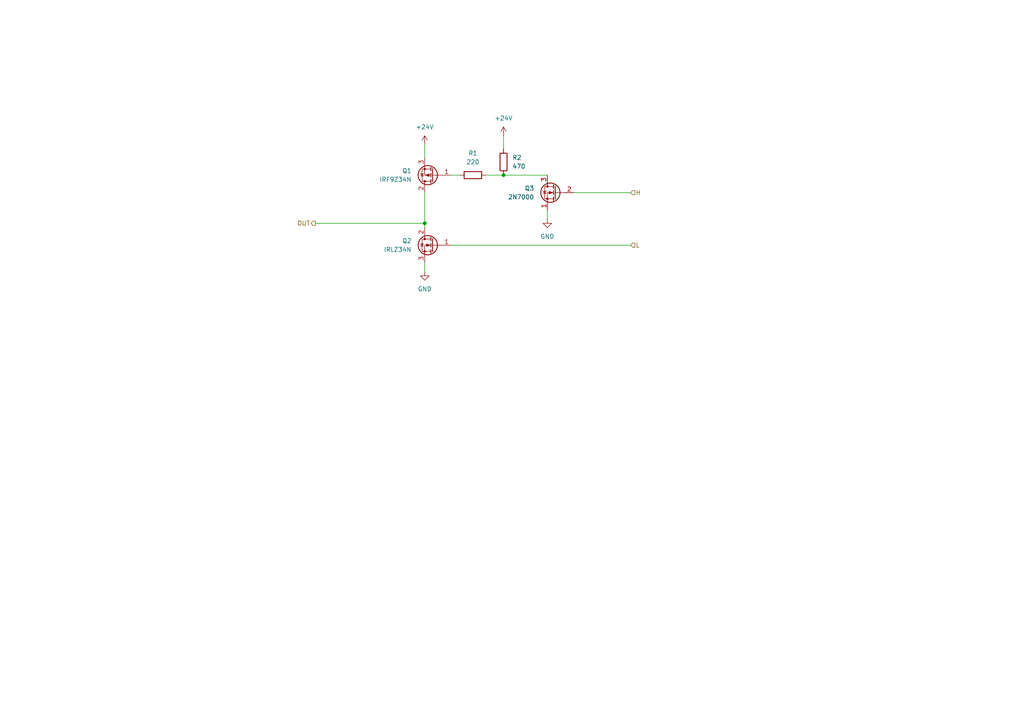
<source format=kicad_sch>
(kicad_sch (version 20211123) (generator eeschema)
  (paper "A4")
  (lib_symbols
    (symbol "Device:R" (pin_numbers hide) (pin_names (offset 0))
      (property "Reference" "R" (at 2.032 0 90))
      (property "Value" "R" (at 0 0 90))
      (symbol "R_0_1"
        (rectangle (start -1.016 -2.54) (end 1.016 2.54) (stroke (width 0.254)))
      )
      (symbol "R_1_1"
        (pin passive line (at 0 3.81 270) (length 1.27) (name "~") (number "1"))
        (pin passive line (at 0 -3.81 90) (length 1.27) (name "~") (number "2"))
      )
    )
    (symbol "Transistor_FET:2N7000" (pin_names hide)
      (property "Reference" "Q" (at 5.08 1.905 0))
      (property "Value" "2N7000" (at 5.08 0 0))
      (symbol "2N7000_0_1"
        (polyline (pts (xy 0.254 0) (xy -2.54 0)))
        (polyline (pts (xy 0.254 1.905) (xy 0.254 -1.905)) (stroke (width 0.254)))
        (polyline (pts (xy 0.762 -1.27) (xy 0.762 -2.286)) (stroke (width 0.254)))
        (polyline (pts (xy 0.762 0.508) (xy 0.762 -0.508)) (stroke (width 0.254)))
        (polyline (pts (xy 0.762 2.286) (xy 0.762 1.27)) (stroke (width 0.254)))
        (polyline (pts (xy 2.54 2.54) (xy 2.54 1.778)))
        (polyline (pts (xy 2.54 -2.54) (xy 2.54 0) (xy 0.762 0)))
        (polyline (pts (xy 0.762 -1.778) (xy 3.302 -1.778) (xy 3.302 1.778) (xy 0.762 1.778)))
        (polyline (pts (xy 1.016 0) (xy 2.032 0.381) (xy 2.032 -0.381) (xy 1.016 0)) (fill (type outline)))
        (polyline (pts (xy 2.794 0.508) (xy 2.921 0.381) (xy 3.683 0.381) (xy 3.81 0.254)))
        (polyline (pts (xy 3.302 0.381) (xy 2.921 -0.254) (xy 3.683 -0.254) (xy 3.302 0.381)))
        (circle (center 1.651 0) (radius 2.794) (stroke (width 0.254)))
        (circle (center 2.54 -1.778) (radius 0.254) (fill (type outline)))
        (circle (center 2.54 1.778) (radius 0.254) (fill (type outline)))
      )
      (symbol "2N7000_1_1"
        (pin passive line (at 2.54 -5.08 90) (length 2.54) (name "S") (number "1"))
        (pin input line (at -5.08 0 0) (length 2.54) (name "G") (number "2"))
        (pin passive line (at 2.54 5.08 270) (length 2.54) (name "D") (number "3"))
      )
    )
    (symbol "Transistor_FET:IRF4905" (pin_names hide)
      (property "Reference" "Q" (at 5.08 1.905 0))
      (property "Value" "IRF4905" (at 5.08 0 0))
      (symbol "IRF4905_0_1"
        (polyline (pts (xy 0.254 0) (xy -2.54 0)))
        (polyline (pts (xy 0.254 1.905) (xy 0.254 -1.905)) (stroke (width 0.254)))
        (polyline (pts (xy 0.762 -1.27) (xy 0.762 -2.286)) (stroke (width 0.254)))
        (polyline (pts (xy 0.762 0.508) (xy 0.762 -0.508)) (stroke (width 0.254)))
        (polyline (pts (xy 0.762 2.286) (xy 0.762 1.27)) (stroke (width 0.254)))
        (polyline (pts (xy 2.54 2.54) (xy 2.54 1.778)))
        (polyline (pts (xy 2.54 -2.54) (xy 2.54 0) (xy 0.762 0)))
        (polyline (pts (xy 0.762 1.778) (xy 3.302 1.778) (xy 3.302 -1.778) (xy 0.762 -1.778)))
        (polyline (pts (xy 2.286 0) (xy 1.27 0.381) (xy 1.27 -0.381) (xy 2.286 0)) (fill (type outline)))
        (polyline (pts (xy 2.794 -0.508) (xy 2.921 -0.381) (xy 3.683 -0.381) (xy 3.81 -0.254)))
        (polyline (pts (xy 3.302 -0.381) (xy 2.921 0.254) (xy 3.683 0.254) (xy 3.302 -0.381)))
        (circle (center 1.651 0) (radius 2.794) (stroke (width 0.254)))
        (circle (center 2.54 -1.778) (radius 0.254) (fill (type outline)))
        (circle (center 2.54 1.778) (radius 0.254) (fill (type outline)))
      )
      (symbol "IRF4905_1_1"
        (pin input line (at -5.08 0 0) (length 2.54) (name "G") (number "1"))
        (pin passive line (at 2.54 5.08 270) (length 2.54) (name "D") (number "2"))
        (pin passive line (at 2.54 -5.08 90) (length 2.54) (name "S") (number "3"))
      )
    )
    (symbol "Transistor_FET:IRLZ34N" (pin_names hide)
      (property "Reference" "Q" (at 6.35 1.905 0))
      (property "Value" "IRLZ34N" (at 6.35 0 0))
      (symbol "IRLZ34N_0_1"
        (polyline (pts (xy 0.254 0) (xy -2.54 0)))
        (polyline (pts (xy 0.254 1.905) (xy 0.254 -1.905)) (stroke (width 0.254)))
        (polyline (pts (xy 0.762 -1.27) (xy 0.762 -2.286)) (stroke (width 0.254)))
        (polyline (pts (xy 0.762 0.508) (xy 0.762 -0.508)) (stroke (width 0.254)))
        (polyline (pts (xy 0.762 2.286) (xy 0.762 1.27)) (stroke (width 0.254)))
        (polyline (pts (xy 2.54 2.54) (xy 2.54 1.778)))
        (polyline (pts (xy 2.54 -2.54) (xy 2.54 0) (xy 0.762 0)))
        (polyline (pts (xy 0.762 -1.778) (xy 3.302 -1.778) (xy 3.302 1.778) (xy 0.762 1.778)))
        (polyline (pts (xy 1.016 0) (xy 2.032 0.381) (xy 2.032 -0.381) (xy 1.016 0)) (fill (type outline)))
        (polyline (pts (xy 2.794 0.508) (xy 2.921 0.381) (xy 3.683 0.381) (xy 3.81 0.254)))
        (polyline (pts (xy 3.302 0.381) (xy 2.921 -0.254) (xy 3.683 -0.254) (xy 3.302 0.381)))
        (circle (center 1.651 0) (radius 2.794) (stroke (width 0.254)))
        (circle (center 2.54 -1.778) (radius 0.254) (fill (type outline)))
        (circle (center 2.54 1.778) (radius 0.254) (fill (type outline)))
      )
      (symbol "IRLZ34N_1_1"
        (pin input line (at -5.08 0 0) (length 2.54) (name "G") (number "1"))
        (pin passive line (at 2.54 5.08 270) (length 2.54) (name "D") (number "2"))
        (pin passive line (at 2.54 -5.08 90) (length 2.54) (name "S") (number "3"))
      )
    )
    (symbol "power:+24V" (power) (pin_names (offset 0))
      (property "Value" "+24V" (at 0 3.556 0))
      (symbol "+24V_0_1"
        (polyline (pts (xy -0.762 1.27) (xy 0 2.54)))
        (polyline (pts (xy 0 0) (xy 0 2.54)))
        (polyline (pts (xy 0 2.54) (xy 0.762 1.27)))
      )
      (symbol "+24V_1_1"
        (pin power_in line (at 0 0 90) (length 0) hide (name "+24V") (number "1"))
      )
    )
    (symbol "power:GND" (power) (pin_names (offset 0))
      (property "Value" "GND" (at 0 -3.81 0))
      (symbol "GND_0_1"
        (polyline (pts (xy 0 0) (xy 0 -1.27) (xy 1.27 -1.27) (xy 0 -2.54) (xy -1.27 -1.27) (xy 0 -1.27)))
      )
      (symbol "GND_1_1"
        (pin power_in line (at 0 0 270) (length 0) hide (name "GND") (number "1"))
      )
    )
  )
  (junction (at 146.05 50.8))
  (junction (at 123.19 64.77))
  (wire (pts (xy 123.19 55.88) (xy 123.19 64.77)))
  (wire (pts (xy 123.19 76.2) (xy 123.19 78.74)))
  (wire (pts (xy 166.37 55.88) (xy 182.88 55.88)))
  (wire (pts (xy 123.19 41.91) (xy 123.19 45.72)))
  (wire (pts (xy 146.05 50.8) (xy 158.75 50.8)))
  (wire (pts (xy 123.19 64.77) (xy 123.19 66.04)))
  (wire (pts (xy 130.81 50.8) (xy 133.35 50.8)))
  (wire (pts (xy 91.44 64.77) (xy 123.19 64.77)))
  (wire (pts (xy 146.05 39.37) (xy 146.05 43.18)))
  (wire (pts (xy 140.97 50.8) (xy 146.05 50.8)))
  (wire (pts (xy 158.75 60.96) (xy 158.75 63.5)))
  (wire (pts (xy 130.81 71.12) (xy 182.88 71.12)))
  (hierarchical_label "H" (shape input) (at 182.88 55.88 0))
  (hierarchical_label "L" (shape input) (at 182.88 71.12 0))
  (hierarchical_label "OUT" (shape output) (at 91.44 64.77 180))
  (symbol (lib_id "power:GND") (at 123.19 78.74 0) (unit 1)
    (property "Reference" "#PWR04" (effects hide))
    (property "Value" "GND" (at 123.19 83.82 0))
  )
  (symbol (lib_id "power:+24V") (at 146.05 39.37 0) (unit 1)
    (property "Reference" "#PWR05" (effects hide))
    (property "Value" "+24V" (at 146.05 34.29 0))
  )
  (symbol (lib_id "power:+24V") (at 123.19 41.91 0) (unit 1)
    (property "Reference" "#PWR03" (effects hide))
    (property "Value" "+24V" (at 123.19 36.83 0))
  )
  (symbol (lib_id "Transistor_FET:2N7000") (at 161.29 55.88 0) (mirror y) (unit 1)
    (property "Reference" "Q3" (at 154.94 54.6099 0) (effects (justify left)))
    (property "Value" "2N7000" (at 154.94 57.1499 0) (effects (justify left)))
    (property "Footprint" "Package_TO_SOT_THT:TO-92_Inline_Wide" (effects hide))
    (property "Datasheet" "https://www.vishay.com/docs/70226/70226.pdf" (effects hide))
  )
  (symbol (lib_id "Transistor_FET:IRLZ34N") (at 125.73 71.12 0) (mirror y) (unit 1)
    (property "Reference" "Q2" (at 119.38 69.8499 0) (effects (justify left)))
    (property "Value" "IRLZ34N" (at 119.38 72.3899 0) (effects (justify left)))
    (property "Footprint" "Package_TO_SOT_THT:TO-220-3_Vertical" (effects hide))
    (property "Datasheet" "http://www.infineon.com/dgdl/irlz34npbf.pdf?fileId=5546d462533600a40153567206892720" (effects hide))
  )
  (symbol (lib_id "power:GND") (at 158.75 63.5 0) (unit 1)
    (property "Reference" "#PWR06" (effects hide))
    (property "Value" "GND" (at 158.75 68.58 0))
  )
  (symbol (lib_id "Transistor_FET:IRF4905") (at 125.73 50.8 180) (unit 1)
    (property "Reference" "Q1" (at 119.38 49.5299 0) (effects (justify left)))
    (property "Value" "IRF9Z34N" (at 119.38 52.0699 0) (effects (justify left)))
    (property "Footprint" "Package_TO_SOT_THT:TO-220-3_Vertical" (effects hide))
    (property "Datasheet" "http://www.infineon.com/dgdl/irf4905.pdf?fileId=5546d462533600a4015355e32165197c" (effects hide))
  )
  (symbol (lib_id "Device:R") (at 137.16 50.8 90) (unit 1)
    (property "Reference" "R1" (at 137.16 44.45 90))
    (property "Value" "220" (at 137.16 46.99 90))
    (property "Footprint" "For_Rasterboard:R_Axial_DIN0207_L6.3mm_D2.5mm_P7.62mm_Horizontal" (effects hide))
  )
  (symbol (lib_id "Device:R") (at 146.05 46.99 0) (unit 1)
    (property "Reference" "R2" (at 148.59 45.7199 0) (effects (justify left)))
    (property "Value" "470" (at 148.59 48.2599 0) (effects (justify left)))
    (property "Footprint" "For_Rasterboard:R_Axial_DIN0207_L6.3mm_D2.5mm_Pinf_Horizontal" (effects hide))
  )
)
</source>
